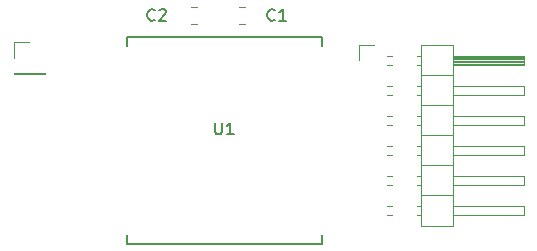
<source format=gbr>
%TF.GenerationSoftware,KiCad,Pcbnew,7.0.1*%
%TF.CreationDate,2023-04-28T09:34:28+02:00*%
%TF.ProjectId,RA01_ANT,52413031-5f41-44e5-942e-6b696361645f,rev?*%
%TF.SameCoordinates,Original*%
%TF.FileFunction,Legend,Top*%
%TF.FilePolarity,Positive*%
%FSLAX46Y46*%
G04 Gerber Fmt 4.6, Leading zero omitted, Abs format (unit mm)*
G04 Created by KiCad (PCBNEW 7.0.1) date 2023-04-28 09:34:28*
%MOMM*%
%LPD*%
G01*
G04 APERTURE LIST*
%ADD10C,0.150000*%
%ADD11C,0.120000*%
G04 APERTURE END LIST*
D10*
%TO.C,U1*%
X136398095Y-48452619D02*
X136398095Y-49262142D01*
X136398095Y-49262142D02*
X136445714Y-49357380D01*
X136445714Y-49357380D02*
X136493333Y-49405000D01*
X136493333Y-49405000D02*
X136588571Y-49452619D01*
X136588571Y-49452619D02*
X136779047Y-49452619D01*
X136779047Y-49452619D02*
X136874285Y-49405000D01*
X136874285Y-49405000D02*
X136921904Y-49357380D01*
X136921904Y-49357380D02*
X136969523Y-49262142D01*
X136969523Y-49262142D02*
X136969523Y-48452619D01*
X137969523Y-49452619D02*
X137398095Y-49452619D01*
X137683809Y-49452619D02*
X137683809Y-48452619D01*
X137683809Y-48452619D02*
X137588571Y-48595476D01*
X137588571Y-48595476D02*
X137493333Y-48690714D01*
X137493333Y-48690714D02*
X137398095Y-48738333D01*
%TO.C,C1*%
X141438333Y-39737380D02*
X141390714Y-39785000D01*
X141390714Y-39785000D02*
X141247857Y-39832619D01*
X141247857Y-39832619D02*
X141152619Y-39832619D01*
X141152619Y-39832619D02*
X141009762Y-39785000D01*
X141009762Y-39785000D02*
X140914524Y-39689761D01*
X140914524Y-39689761D02*
X140866905Y-39594523D01*
X140866905Y-39594523D02*
X140819286Y-39404047D01*
X140819286Y-39404047D02*
X140819286Y-39261190D01*
X140819286Y-39261190D02*
X140866905Y-39070714D01*
X140866905Y-39070714D02*
X140914524Y-38975476D01*
X140914524Y-38975476D02*
X141009762Y-38880238D01*
X141009762Y-38880238D02*
X141152619Y-38832619D01*
X141152619Y-38832619D02*
X141247857Y-38832619D01*
X141247857Y-38832619D02*
X141390714Y-38880238D01*
X141390714Y-38880238D02*
X141438333Y-38927857D01*
X142390714Y-39832619D02*
X141819286Y-39832619D01*
X142105000Y-39832619D02*
X142105000Y-38832619D01*
X142105000Y-38832619D02*
X142009762Y-38975476D01*
X142009762Y-38975476D02*
X141914524Y-39070714D01*
X141914524Y-39070714D02*
X141819286Y-39118333D01*
%TO.C,C2*%
X131278333Y-39737380D02*
X131230714Y-39785000D01*
X131230714Y-39785000D02*
X131087857Y-39832619D01*
X131087857Y-39832619D02*
X130992619Y-39832619D01*
X130992619Y-39832619D02*
X130849762Y-39785000D01*
X130849762Y-39785000D02*
X130754524Y-39689761D01*
X130754524Y-39689761D02*
X130706905Y-39594523D01*
X130706905Y-39594523D02*
X130659286Y-39404047D01*
X130659286Y-39404047D02*
X130659286Y-39261190D01*
X130659286Y-39261190D02*
X130706905Y-39070714D01*
X130706905Y-39070714D02*
X130754524Y-38975476D01*
X130754524Y-38975476D02*
X130849762Y-38880238D01*
X130849762Y-38880238D02*
X130992619Y-38832619D01*
X130992619Y-38832619D02*
X131087857Y-38832619D01*
X131087857Y-38832619D02*
X131230714Y-38880238D01*
X131230714Y-38880238D02*
X131278333Y-38927857D01*
X131659286Y-38927857D02*
X131706905Y-38880238D01*
X131706905Y-38880238D02*
X131802143Y-38832619D01*
X131802143Y-38832619D02*
X132040238Y-38832619D01*
X132040238Y-38832619D02*
X132135476Y-38880238D01*
X132135476Y-38880238D02*
X132183095Y-38927857D01*
X132183095Y-38927857D02*
X132230714Y-39023095D01*
X132230714Y-39023095D02*
X132230714Y-39118333D01*
X132230714Y-39118333D02*
X132183095Y-39261190D01*
X132183095Y-39261190D02*
X131611667Y-39832619D01*
X131611667Y-39832619D02*
X132230714Y-39832619D01*
D11*
%TO.C,J1*%
X148590000Y-41910000D02*
X149860000Y-41910000D01*
X148590000Y-43180000D02*
X148590000Y-41910000D01*
X150902929Y-45340000D02*
X151357071Y-45340000D01*
X150902929Y-46100000D02*
X151357071Y-46100000D01*
X150902929Y-47880000D02*
X151357071Y-47880000D01*
X150902929Y-48640000D02*
X151357071Y-48640000D01*
X150902929Y-50420000D02*
X151357071Y-50420000D01*
X150902929Y-51180000D02*
X151357071Y-51180000D01*
X150902929Y-52960000D02*
X151357071Y-52960000D01*
X150902929Y-53720000D02*
X151357071Y-53720000D01*
X150902929Y-55500000D02*
X151357071Y-55500000D01*
X150902929Y-56260000D02*
X151357071Y-56260000D01*
X150970000Y-42800000D02*
X151357071Y-42800000D01*
X150970000Y-43560000D02*
X151357071Y-43560000D01*
X153442929Y-42800000D02*
X153840000Y-42800000D01*
X153442929Y-43560000D02*
X153840000Y-43560000D01*
X153442929Y-45340000D02*
X153840000Y-45340000D01*
X153442929Y-46100000D02*
X153840000Y-46100000D01*
X153442929Y-47880000D02*
X153840000Y-47880000D01*
X153442929Y-48640000D02*
X153840000Y-48640000D01*
X153442929Y-50420000D02*
X153840000Y-50420000D01*
X153442929Y-51180000D02*
X153840000Y-51180000D01*
X153442929Y-52960000D02*
X153840000Y-52960000D01*
X153442929Y-53720000D02*
X153840000Y-53720000D01*
X153442929Y-55500000D02*
X153840000Y-55500000D01*
X153442929Y-56260000D02*
X153840000Y-56260000D01*
X153840000Y-41850000D02*
X153840000Y-57210000D01*
X153840000Y-44450000D02*
X156500000Y-44450000D01*
X153840000Y-46990000D02*
X156500000Y-46990000D01*
X153840000Y-49530000D02*
X156500000Y-49530000D01*
X153840000Y-52070000D02*
X156500000Y-52070000D01*
X153840000Y-54610000D02*
X156500000Y-54610000D01*
X153840000Y-57210000D02*
X156500000Y-57210000D01*
X156500000Y-41850000D02*
X153840000Y-41850000D01*
X156500000Y-42800000D02*
X162500000Y-42800000D01*
X156500000Y-42860000D02*
X162500000Y-42860000D01*
X156500000Y-42980000D02*
X162500000Y-42980000D01*
X156500000Y-43100000D02*
X162500000Y-43100000D01*
X156500000Y-43220000D02*
X162500000Y-43220000D01*
X156500000Y-43340000D02*
X162500000Y-43340000D01*
X156500000Y-43460000D02*
X162500000Y-43460000D01*
X156500000Y-45340000D02*
X162500000Y-45340000D01*
X156500000Y-47880000D02*
X162500000Y-47880000D01*
X156500000Y-50420000D02*
X162500000Y-50420000D01*
X156500000Y-52960000D02*
X162500000Y-52960000D01*
X156500000Y-55500000D02*
X162500000Y-55500000D01*
X156500000Y-57210000D02*
X156500000Y-41850000D01*
X162500000Y-42800000D02*
X162500000Y-43560000D01*
X162500000Y-43560000D02*
X156500000Y-43560000D01*
X162500000Y-45340000D02*
X162500000Y-46100000D01*
X162500000Y-46100000D02*
X156500000Y-46100000D01*
X162500000Y-47880000D02*
X162500000Y-48640000D01*
X162500000Y-48640000D02*
X156500000Y-48640000D01*
X162500000Y-50420000D02*
X162500000Y-51180000D01*
X162500000Y-51180000D02*
X156500000Y-51180000D01*
X162500000Y-52960000D02*
X162500000Y-53720000D01*
X162500000Y-53720000D02*
X156500000Y-53720000D01*
X162500000Y-55500000D02*
X162500000Y-56260000D01*
X162500000Y-56260000D02*
X156500000Y-56260000D01*
D10*
%TO.C,U1*%
X128910000Y-41240000D02*
X145410000Y-41240000D01*
X128910000Y-41990000D02*
X128910000Y-41240000D01*
X128910000Y-57990000D02*
X128910000Y-58740000D01*
X128910000Y-58740000D02*
X145410000Y-58740000D01*
X145410000Y-41240000D02*
X145410000Y-41990000D01*
X145410000Y-58740000D02*
X145410000Y-57990000D01*
D11*
%TO.C,C1*%
X138401248Y-38635000D02*
X138923752Y-38635000D01*
X138401248Y-40105000D02*
X138923752Y-40105000D01*
%TO.C,J2*%
X119320000Y-41660000D02*
X120650000Y-41660000D01*
X119320000Y-42990000D02*
X119320000Y-41660000D01*
X119320000Y-44260000D02*
X119320000Y-44320000D01*
X119320000Y-44260000D02*
X121980000Y-44260000D01*
X119320000Y-44320000D02*
X121980000Y-44320000D01*
X121980000Y-44260000D02*
X121980000Y-44320000D01*
%TO.C,C2*%
X134881252Y-40105000D02*
X134358748Y-40105000D01*
X134881252Y-38635000D02*
X134358748Y-38635000D01*
%TD*%
M02*

</source>
